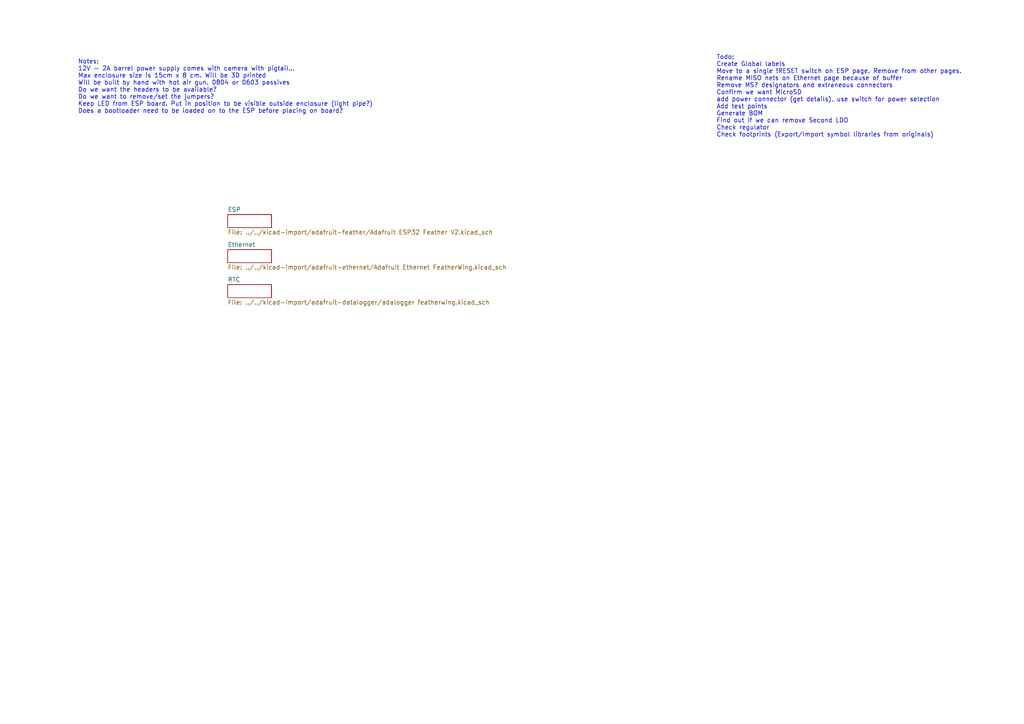
<source format=kicad_sch>
(kicad_sch
	(version 20250114)
	(generator "eeschema")
	(generator_version "9.0")
	(uuid "66b8af00-4ede-44e3-a762-88857219665d")
	(paper "A4")
	(title_block
		(title "Genesis Board")
		(date "2025-04-24")
		(rev "0.1")
		(company "Kingdom Metrics")
	)
	(lib_symbols)
	(text "Notes:\n12V - 2A barrel power supply comes with camera with pigtail...\nMax enclosure size is 15cm x 8 cm. Will be 3D printed\nWill be built by hand with hot air gun. 0804 or 0603 passives\nDo we want the headers to be available?\nDo we want to remove/set the jumpers?\nKeep LED from ESP board. Put in position to be visible outside enclosure (light pipe?)\nDoes a bootloader need to be loaded on to the ESP before placing on board?"
		(exclude_from_sim no)
		(at 22.606 25.146 0)
		(effects
			(font
				(size 1.27 1.27)
			)
			(justify left)
		)
		(uuid "0c7133d6-4316-4fbb-ba58-9e1c829e1544")
	)
	(text "Todo:\nCreate Global labels\nMove to a single !RESET switch on ESP page. Remove from other pages.\nRename MISO nets on Ethernet page because of buffer \nRemove MS? designators and extraneous connectors\nConfirm we want MicroSD\nadd power connector (get details), use switch for power selection\nAdd test points\nGenerate BOM\nFind out if we can remove Second LDO\nCheck regulator\nCheck footprints (Export/Import symbol libraries from originals)"
		(exclude_from_sim no)
		(at 207.772 27.94 0)
		(effects
			(font
				(size 1.27 1.27)
			)
			(justify left)
		)
		(uuid "67e682d4-8871-47cd-8cd9-4f15e04556ae")
	)
	(sheet
		(at 66.04 62.23)
		(size 12.7 3.81)
		(exclude_from_sim no)
		(in_bom yes)
		(on_board yes)
		(dnp no)
		(fields_autoplaced yes)
		(stroke
			(width 0.1524)
			(type solid)
		)
		(fill
			(color 0 0 0 0.0000)
		)
		(uuid "2705a0ac-79ac-447c-b1e8-7db1fcae82d2")
		(property "Sheetname" "ESP"
			(at 66.04 61.5184 0)
			(effects
				(font
					(size 1.27 1.27)
				)
				(justify left bottom)
			)
		)
		(property "Sheetfile" "../../kicad-import/adafruit-feather/Adafruit ESP32 Feather V2.kicad_sch"
			(at 66.04 66.6246 0)
			(effects
				(font
					(size 1.27 1.27)
				)
				(justify left top)
			)
		)
		(instances
			(project "Genesis"
				(path "/66b8af00-4ede-44e3-a762-88857219665d"
					(page "2")
				)
			)
		)
	)
	(sheet
		(at 66.04 72.39)
		(size 12.7 3.81)
		(exclude_from_sim no)
		(in_bom yes)
		(on_board yes)
		(dnp no)
		(fields_autoplaced yes)
		(stroke
			(width 0.1524)
			(type solid)
		)
		(fill
			(color 0 0 0 0.0000)
		)
		(uuid "34668455-eab9-44a0-a7b2-48f3dfe2249d")
		(property "Sheetname" "Ethernet"
			(at 66.04 71.6784 0)
			(effects
				(font
					(size 1.27 1.27)
				)
				(justify left bottom)
			)
		)
		(property "Sheetfile" "../../kicad-import/adafruit-ethernet/Adafruit Ethernet FeatherWing.kicad_sch"
			(at 66.04 76.7846 0)
			(effects
				(font
					(size 1.27 1.27)
				)
				(justify left top)
			)
		)
		(instances
			(project "Genesis"
				(path "/66b8af00-4ede-44e3-a762-88857219665d"
					(page "3")
				)
			)
		)
	)
	(sheet
		(at 66.04 82.55)
		(size 12.7 3.81)
		(exclude_from_sim no)
		(in_bom yes)
		(on_board yes)
		(dnp no)
		(fields_autoplaced yes)
		(stroke
			(width 0.1524)
			(type solid)
		)
		(fill
			(color 0 0 0 0.0000)
		)
		(uuid "9d55f160-1827-4393-a821-340d91310655")
		(property "Sheetname" "RTC"
			(at 66.04 81.8384 0)
			(effects
				(font
					(size 1.27 1.27)
				)
				(justify left bottom)
			)
		)
		(property "Sheetfile" "../../kicad-import/adafruit-datalogger/adalogger featherwing.kicad_sch"
			(at 66.04 86.9446 0)
			(effects
				(font
					(size 1.27 1.27)
				)
				(justify left top)
			)
		)
		(instances
			(project "Genesis"
				(path "/66b8af00-4ede-44e3-a762-88857219665d"
					(page "4")
				)
			)
		)
	)
	(sheet_instances
		(path "/"
			(page "1")
		)
	)
	(embedded_fonts no)
)

</source>
